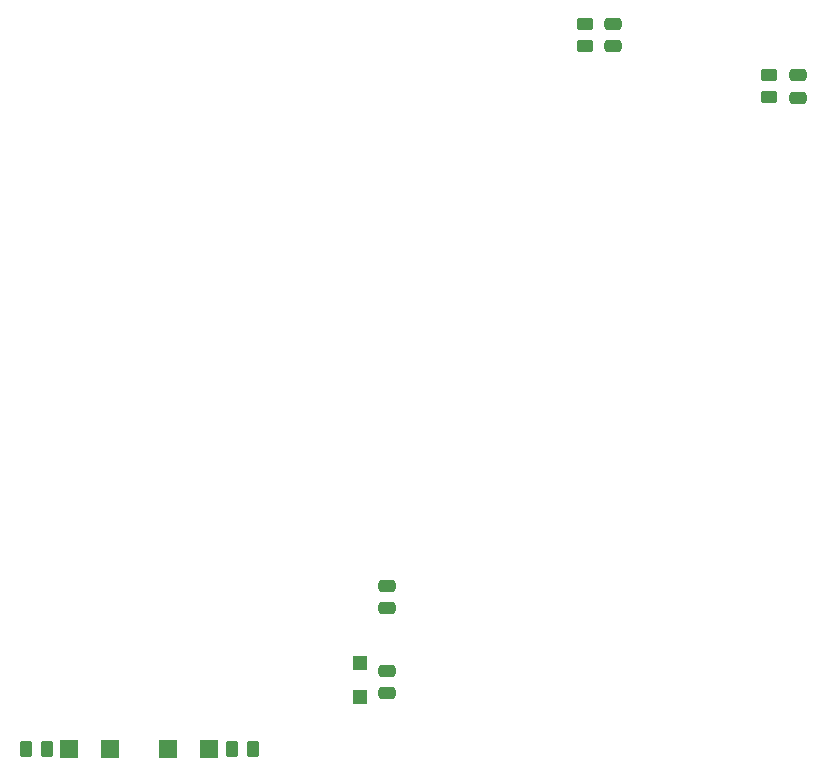
<source format=gtp>
%TF.GenerationSoftware,KiCad,Pcbnew,8.0.4*%
%TF.CreationDate,2024-09-20T12:27:38-05:00*%
%TF.ProjectId,Boost_9_8,426f6f73-745f-4395-9f38-2e6b69636164,rev?*%
%TF.SameCoordinates,Original*%
%TF.FileFunction,Paste,Top*%
%TF.FilePolarity,Positive*%
%FSLAX46Y46*%
G04 Gerber Fmt 4.6, Leading zero omitted, Abs format (unit mm)*
G04 Created by KiCad (PCBNEW 8.0.4) date 2024-09-20 12:27:38*
%MOMM*%
%LPD*%
G01*
G04 APERTURE LIST*
G04 Aperture macros list*
%AMRoundRect*
0 Rectangle with rounded corners*
0 $1 Rounding radius*
0 $2 $3 $4 $5 $6 $7 $8 $9 X,Y pos of 4 corners*
0 Add a 4 corners polygon primitive as box body*
4,1,4,$2,$3,$4,$5,$6,$7,$8,$9,$2,$3,0*
0 Add four circle primitives for the rounded corners*
1,1,$1+$1,$2,$3*
1,1,$1+$1,$4,$5*
1,1,$1+$1,$6,$7*
1,1,$1+$1,$8,$9*
0 Add four rect primitives between the rounded corners*
20,1,$1+$1,$2,$3,$4,$5,0*
20,1,$1+$1,$4,$5,$6,$7,0*
20,1,$1+$1,$6,$7,$8,$9,0*
20,1,$1+$1,$8,$9,$2,$3,0*%
G04 Aperture macros list end*
%ADD10R,1.200000X1.200000*%
%ADD11RoundRect,0.250000X-0.450000X0.262500X-0.450000X-0.262500X0.450000X-0.262500X0.450000X0.262500X0*%
%ADD12RoundRect,0.250000X0.475000X-0.250000X0.475000X0.250000X-0.475000X0.250000X-0.475000X-0.250000X0*%
%ADD13R,1.500000X1.600000*%
%ADD14RoundRect,0.250000X-0.262500X-0.450000X0.262500X-0.450000X0.262500X0.450000X-0.262500X0.450000X0*%
%ADD15RoundRect,0.250000X0.450000X-0.262500X0.450000X0.262500X-0.450000X0.262500X-0.450000X-0.262500X0*%
%ADD16RoundRect,0.250000X0.262500X0.450000X-0.262500X0.450000X-0.262500X-0.450000X0.262500X-0.450000X0*%
%ADD17RoundRect,0.250000X-0.475000X0.250000X-0.475000X-0.250000X0.475000X-0.250000X0.475000X0.250000X0*%
G04 APERTURE END LIST*
D10*
%TO.C,D2*%
X73914000Y-123066000D03*
X73914000Y-120266000D03*
%TD*%
D11*
%TO.C,R9*%
X108585000Y-70461500D03*
X108585000Y-72286500D03*
%TD*%
D12*
%TO.C,C3*%
X76200000Y-122804000D03*
X76200000Y-120904000D03*
%TD*%
D13*
%TO.C,D4*%
X61186000Y-127508000D03*
X57686000Y-127508000D03*
%TD*%
D14*
%TO.C,R11*%
X63095500Y-127508000D03*
X64920500Y-127508000D03*
%TD*%
D12*
%TO.C,C4*%
X76233000Y-115570000D03*
X76233000Y-113670000D03*
%TD*%
D15*
%TO.C,R7*%
X92964000Y-67968500D03*
X92964000Y-66143500D03*
%TD*%
D12*
%TO.C,C8*%
X95350000Y-68000000D03*
X95350000Y-66100000D03*
%TD*%
D16*
%TO.C,R10*%
X47470000Y-127508000D03*
X45645000Y-127508000D03*
%TD*%
D17*
%TO.C,C14*%
X111050000Y-70450000D03*
X111050000Y-72350000D03*
%TD*%
D13*
%TO.C,D3*%
X49276000Y-127508000D03*
X52776000Y-127508000D03*
%TD*%
M02*

</source>
